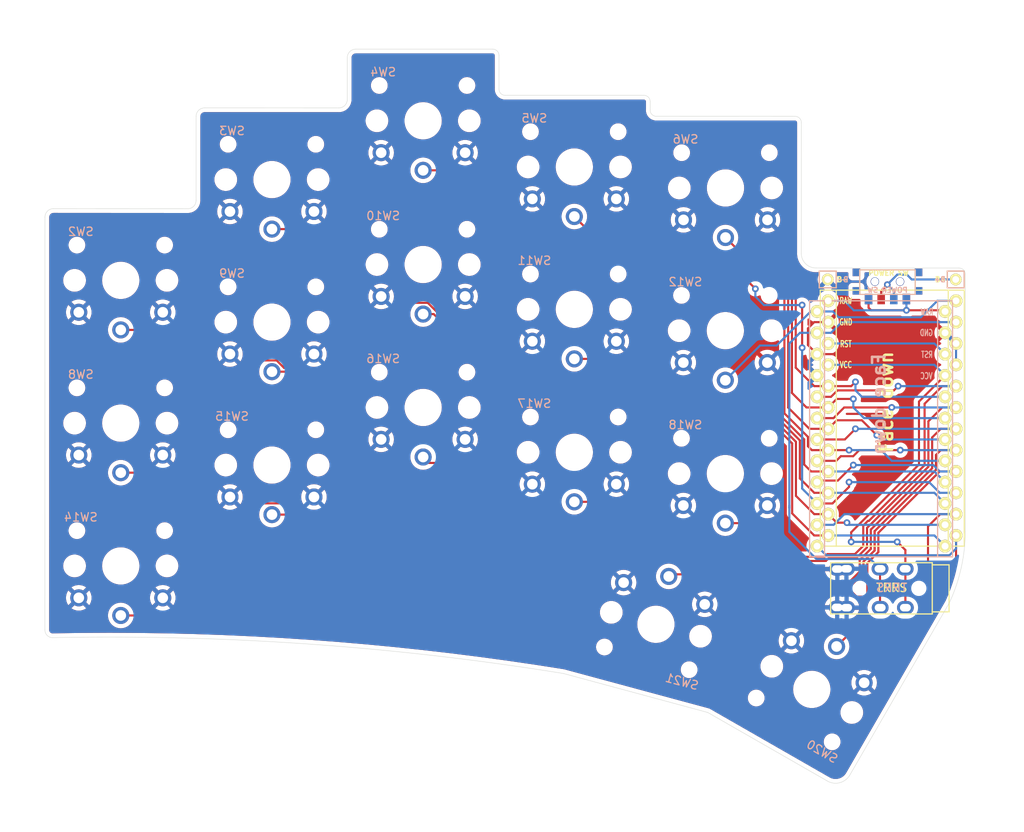
<source format=kicad_pcb>
(kicad_pcb (version 20211014) (generator pcbnew)
  (layers (0 "F.Cu" signal) (31 "B.Cu" signal) (34 "B.Paste" user) (35 "F.Paste" user) (36 "B.SilkS" user "B.Silkscreen") (37 "F.SilkS" user "F.Silkscreen") (38 "B.Mask" user) (39 "F.Mask" user) (44 "Edge.Cuts" user))
  (net 0 "")
  (net 1 "gnd")
  (net 2 "vcc")
  (net 3 "Switch18")
  (net 4 "reset")
  (net 5 "Switch1")
  (net 6 "Switch2")
  (net 7 "Switch3")
  (net 8 "Switch4")
  (net 9 "Switch5")
  (net 10 "Switch6")
  (net 11 "Switch7")
  (net 12 "Switch8")
  (net 13 "Switch9")
  (net 14 "Switch10")
  (net 15 "Switch11")
  (net 16 "Switch12")
  (net 17 "Switch13")
  (net 18 "Switch14")
  (net 19 "Switch15")
  (net 20 "Switch16")
  (net 21 "Switch17")
  (net 22 "raw")
  (net 23 "BT+_r")
  (net 24 "Net-(SW_POWERR1-Pad1)")
  (footprint "kbd:1pin_conn" (layer "F.Cu") (at 126.492 45.974)
    (fp_text reference "B+")
    (fp_text value "MountingHole_Pad" hide)
  )
  (footprint "kbd:1pin_conn" (layer "F.Cu") (at 111.252 45.974)
    (fp_text reference "B-")
    (fp_text value "MountingHole_Pad" hide)
  )
  (footprint "Kailh:TRRS-PJ-DPB2" (layer "F.Cu") (at 123.698 82.75 -90)
    (fp_text reference "J2")
    (fp_text value "AudioJack4dpb" hide)
  )
  (footprint "Kailh:SW_PG1350_rev_DPB" (layer "F.Cu") (at 27.08 46.08)
    (fp_text reference "SW2" hide)
    (fp_text value "SW_Push" hide)
  )
  (footprint "Kailh:SW_PG1350_rev_DPB" (layer "F.Cu") (at 45.08 34.08)
    (fp_text reference "SW3" hide)
    (fp_text value "SW_Push" hide)
  )
  (footprint "Kailh:SW_PG1350_rev_DPB" (layer "F.Cu") (at 63.08 27.08)
    (fp_text reference "SW4" hide)
    (fp_text value "SW_Push" hide)
  )
  (footprint "Kailh:SW_PG1350_rev_DPB" (layer "F.Cu") (at 81.08 32.58)
    (fp_text reference "SW5" hide)
    (fp_text value "SW_Push" hide)
  )
  (footprint "Kailh:SW_PG1350_rev_DPB" (layer "F.Cu") (at 99.08 35.08)
    (fp_text reference "SW6" hide)
    (fp_text value "SW_Push" hide)
  )
  (footprint "Kailh:SW_PG1350_rev_DPB" (layer "F.Cu") (at 27.08 63.08)
    (fp_text reference "SW8" hide)
    (fp_text value "SW_Push" hide)
  )
  (footprint "Kailh:SW_PG1350_rev_DPB" (layer "F.Cu") (at 45.08 51.054)
    (fp_text reference "SW9" hide)
    (fp_text value "SW_Push" hide)
  )
  (footprint "Kailh:SW_PG1350_rev_DPB" (layer "F.Cu") (at 63.08 44.196)
    (fp_text reference "SW10" hide)
    (fp_text value "SW_Push" hide)
  )
  (footprint "Kailh:SW_PG1350_rev_DPB" (layer "F.Cu") (at 81.08 49.53)
    (fp_text reference "SW11" hide)
    (fp_text value "SW_Push" hide)
  )
  (footprint "Kailh:SW_PG1350_rev_DPB" (layer "F.Cu") (at 99.06 52.07)
    (fp_text reference "SW12" hide)
    (fp_text value "SW_Push" hide)
  )
  (footprint "Kailh:SW_PG1350_rev_DPB" (layer "F.Cu") (at 27.08 80.08)
    (fp_text reference "SW14" hide)
    (fp_text value "SW_Push" hide)
  )
  (footprint "Kailh:SW_PG1350_rev_DPB" (layer "F.Cu") (at 45.08 68.072)
    (fp_text reference "SW15" hide)
    (fp_text value "SW_Push" hide)
  )
  (footprint "Kailh:SW_PG1350_rev_DPB" (layer "F.Cu") (at 63.08 61.214)
    (fp_text reference "SW16" hide)
    (fp_text value "SW_Push" hide)
  )
  (footprint "Kailh:SW_PG1350_rev_DPB" (layer "F.Cu") (at 81.08 66.548)
    (fp_text reference "SW17" hide)
    (fp_text value "SW_Push" hide)
  )
  (footprint "Kailh:SW_PG1350_rev_DPB" (layer "F.Cu") (at 99.06 69.088)
    (fp_text reference "SW18" hide)
    (fp_text value "SW_Push" hide)
  )
  (footprint "Kailh:SW_PG1350_rev_DPB" (layer "F.Cu") (at 109.356 94.78 150)
    (fp_text reference "SW20" hide)
    (fp_text value "SW_Push" hide)
  )
  (footprint "Kailh:SW_PG1350_rev_DPB" (layer "F.Cu") (at 90.796 87.03 165)
    (fp_text reference "SW21" hide)
    (fp_text value "SW_Push" hide)
  )
  (footprint "kbd:ProMicro_v2" (layer "F.Cu") (at 118.872 62.992)
    (fp_text reference "U1" hide)
    (fp_text value "ProMicro-kbd" hide)
  )
  (footprint "Kailh:SPDT_C128955r" (layer "F.Cu") (at 118.364 46.228)
    (fp_text reference "SW2" hide)
    (fp_text value "SW_SPDT")
  )
  (footprint "Kailh:SPDT_C128955" (layer "B.Cu") (at 118.364 46.228 180)
    (fp_text reference "POWER SW")
    (fp_text value "SW_SPDT")
  )
  (gr_line (start 115.062 47.752) (end 115.062 44.831) (layer "B.SilkS") (width 0.12))
  (gr_line (start 121.666 47.752) (end 115.062 47.752) (layer "B.SilkS") (width 0.12))
  (gr_line (start 121.666 44.831) (end 121.666 47.752) (layer "B.SilkS") (width 0.12))
  (gr_line (start 115.062 44.831) (end 121.666 44.831) (layer "B.SilkS") (width 0.12))
  (gr_line (start 115.062 47.752) (end 115.062 44.831) (layer "F.SilkS") (width 0.12))
  (gr_line (start 121.666 44.831) (end 121.666 47.752) (layer "F.SilkS") (width 0.12))
  (gr_line (start 115.062 44.831) (end 121.666 44.831) (layer "F.SilkS") (width 0.12))
  (gr_line (start 121.666 47.752) (end 115.062 47.752) (layer "F.SilkS") (width 0.12))
  (gr_arc (start 126.885 44.612) (mid 127.41533 44.83167) (end 127.635 45.362) (layer "Edge.Cuts") (width 0.05))
  (gr_arc (start 109.867002 44.604917) (mid 108.642944 44.127827) (end 108.10633 42.92867) (layer "Edge.Cuts") (width 0.05))
  (gr_arc (start 113.85 105.039265) (mid 112.608995 105.90898) (end 111.118 105.638) (layer "Edge.Cuts") (width 0.05))
  (gr_line (start 127.635 45.362) (end 127.635 62.484) (layer "Edge.Cuts") (width 0.05))
  (gr_line (start 109.867002 44.604917) (end 126.885 44.612) (layer "Edge.Cuts") (width 0.05))
  (gr_line (start 125.73633 84.46867) (end 113.85 105.039265) (layer "Edge.Cuts") (width 0.05))
  (gr_arc (start 127.635 75.98785) (mid 127.137904 80.329506) (end 125.73633 84.46867) (layer "Edge.Cuts") (width 0.05))
  (gr_line (start 127.635 62.484) (end 127.647 69.85) (layer "Edge.Cuts") (width 0.05))
  (gr_line (start 127.647 69.85) (end 127.635 75.98785) (layer "Edge.Cuts") (width 0.05))
  (gr_line (start 19.068 37.542) (end 35.05633 37.552) (layer "Edge.Cuts") (width 0.05))
  (gr_line (start 96.96633 97.52867) (end 79.78633 92.88867) (layer "Edge.Cuts") (width 0.05))
  (gr_line (start 54.048752 24.520092) (end 54.04875 19.55709) (layer "Edge.Cuts") (width 0.05))
  (gr_line (start 72.11133 19.299) (end 72.11333 23.298) (layer "Edge.Cuts") (width 0.05))
  (gr_arc (start 54.048752 24.520092) (mid 53.767602 25.241882) (end 53.05633 25.54867) (layer "Edge.Cuts") (width 0.05))
  (gr_line (start 36.04633 36.55167) (end 36.046 26.56) (layer "Edge.Cuts") (width 0.05))
  (gr_arc (start 90.83233 26.54267) (mid 90.312152 26.321174) (end 90.11133 25.79267) (layer "Edge.Cuts") (width 0.05))
  (gr_arc (start 36.046 26.56) (mid 36.34358 25.84158) (end 37.062 25.544) (layer "Edge.Cuts") (width 0.05))
  (gr_arc (start 18.052 38.558) (mid 18.34958 37.83958) (end 19.068 37.542) (layer "Edge.Cuts") (width 0.05))
  (gr_arc (start 71.36133 18.549) (mid 71.89166 18.76867) (end 72.11133 19.299) (layer "Edge.Cuts") (width 0.05))
  (gr_line (start 72.841 24.048) (end 89.363 24.04767) (layer "Edge.Cuts") (width 0.05))
  (gr_line (start 108.11133 27.29867) (end 108.10633 42.92867) (layer "Edge.Cuts") (width 0.05))
  (gr_line (start 18.04633 87.67867) (end 18.052 38.558) (layer "Edge.Cuts") (width 0.05))
  (gr_arc (start 72.841 24.048) (mid 72.318505 23.826936) (end 72.11333 23.298) (layer "Edge.Cuts") (width 0.05))
  (gr_arc (start 18.956948 88.619) (mid 18.302455 88.341726) (end 18.04633 87.67867) (layer "Edge.Cuts") (width 0.05))
  (gr_line (start 107.36133 26.54867) (end 90.83233 26.54267) (layer "Edge.Cuts") (width 0.05))
  (gr_arc (start 89.363 24.04767) (mid 89.89333 24.26734) (end 90.113 24.79767) (layer "Edge.Cuts") (width 0.05))
  (gr_arc (start 54.04875 19.55709) (mid 54.350023 18.843478) (end 55.06633 18.54867) (layer "Edge.Cuts") (width 0.05))
  (gr_line (start 55.06633 18.54867) (end 71.36133 18.549) (layer "Edge.Cuts") (width 0.05))
  (gr_line (start 37.062 25.544) (end 53.05633 25.54867) (layer "Edge.Cuts") (width 0.05))
  (gr_line (start 96.96633 97.52867) (end 111.118 105.638) (layer "Edge.Cuts") (width 0.05))
  (gr_arc (start 18.956948 88.619) (mid 49.467864 89.382925) (end 79.78633 92.88867) (layer "Edge.Cuts") (width 0.05))
  (gr_arc (start 36.04633 36.55167) (mid 35.761117 37.259455) (end 35.05633 37.552) (layer "Edge.Cuts") (width 0.05))
  (gr_arc (start 107.36133 26.54867) (mid 107.89166 26.76834) (end 108.11133 27.29867) (layer "Edge.Cuts") (width 0.05))
  (gr_line (start 90.113 24.79767) (end 90.11133 25.79267) (layer "Edge.Cuts") (width 0.05))
  (gr_text "Face down" (at 117.348 60.833 90) (layer "B.SilkS") (effects (font (size 1.5 1.5) (thickness 0.3)) (justify mirror)))
  (gr_text "B-" (at 113.03 45.974) (layer "B.SilkS") (effects (font (size 0.6 0.6)) (justify mirror)))
  (gr_text "B+" (at 124.587 45.974) (layer "B.SilkS") (effects (font (size 0.6 0.6)) (justify mirror)))
  (gr_text "TRRS" (at 118.872 82.677) (layer "F.SilkS") (effects (font (size 1 1))))
  (gr_text "POWER SW" (at 118.491 45.212) (layer "F.SilkS") (effects (font (size 0.6 0.6))))
  (gr_text "Face down" (at 118.237 60.579 90) (layer "F.SilkS") (effects (font (size 1.5 1.5) (thickness 0.3))))
  (segment (start 108.894999 53.776999) (end 109.982 54.864) (width 0.25) (layer "F.Cu") (net 1))
  (segment (start 111.24667 45.96867) (end 111.252 45.974) (width 0.25) (layer "F.Cu") (net 1))
  (segment (start 111.90633 54.88867) (end 111.88166 54.864) (width 0.25) (layer "F.Cu") (net 1))
  (segment (start 108.894999 51.802239) (end 108.894999 53.776999) (width 0.25) (layer "F.Cu") (net 1))
  (segment (start 109.643238 51.054) (end 108.894999 51.802239) (width 0.25) (layer "F.Cu") (net 1))
  (segment (start 111.88166 54.864) (end 109.982 54.864) (width 0.25) (layer "F.Cu") (net 1))
  (segment (start 111.3084 51.054) (end 109.643238 51.054) (width 0.25) (layer "F.Cu") (net 1))
  (segment (start 113.468 85.02) (end 113.498 85.05) (width 0.25) (layer "B.Cu") (net 1))
  (segment (start 126.5284 53.594) (end 126.5284 56.134) (width 0.25) (layer "B.Cu") (net 1))
  (segment (start 126.5284 53.594) (end 126.492 53.594) (width 0.25) (layer "B.Cu") (net 1))
  (segment (start 126.492 53.594) (end 125.222 52.324) (width 0.25) (layer "B.Cu") (net 1))
  (segment (start 113.478 85.03) (end 113.498 85.05) (width 0.25) (layer "B.Cu") (net 1))
  (segment (start 114.046 77.216) (end 114.046 77.216) (width 0.25) (layer "F.Cu") (net 2))
  (segment (start 114.046 76.07159) (end 114.046 76.962) (width 0.25) (layer "F.Cu") (net 2))
  (segment (start 122.11601 60.50999) (end 122.11601 68.00158) (width 0.25) (layer "F.Cu") (net 2))
  (segment (start 119.52633 77.21867) (end 120.49633 78.18867) (width 0.25) (layer "F.Cu") (net 2))
  (segment (start 120.49633 78.18867) (end 120.49633 80.40167) (width 0.25) (layer "F.Cu") (net 2))
  (segment (start 114.046 76.962) (end 114.046 77.216) (width 0.25) (layer "F.Cu") (net 2))
  (segment (start 125.222 57.404) (end 122.11601 60.50999) (width 0.25) (layer "F.Cu") (net 2))
  (segment (start 120.498 85.05) (end 120.498 80.44) (width 0.25) (layer "F.Cu") (net 2))
  (segment (start 122.11601 68.00158) (end 114.046 76.07159) (width 0.25) (layer "F.Cu") (net 2))
  (via (at 119.52633 77.21867) (size 0.8) (drill 0.4) (layers "F.Cu" "B.Cu") (net 2))
  (via (at 114.046 77.216) (size 0.8) (drill 0.4) (layers "F.Cu" "B.Cu") (net 2))
  (segment (start 123.952 56.134) (end 125.222 57.404) (width 0.25) (layer "B.Cu") (net 2))
  (segment (start 111.3084 56.134) (end 123.952 56.134) (width 0.25) (layer "B.Cu") (net 2))
  (segment (start 119.52366 77.216) (end 114.046 77.216) (width 0.25) (layer "B.Cu") (net 2))
  (segment (start 119.52633 77.21867) (end 119.52366 77.216) (width 0.25) (layer "B.Cu") (net 2))
  (segment (start 117.478 85.03) (end 117.498 85.05) (width 0.25) (layer "F.Cu") (net 3))
  (segment (start 117.478 80.42) (end 117.478 85.03) (width 0.25) (layer "F.Cu") (net 3))
  (segment (start 117.478 80.42) (end 116.319011 79.261011) (width 0.25) (layer "B.Cu") (net 3))
  (segment (start 109.982 52.324) (end 107.95 52.324) (width 0.25) (layer "B.Cu") (net 3))
  (segment (start 107.95 52.324) (end 106.68 53.594) (width 0.25) (layer "B.Cu") (net 3))
  (segment (start 106.68 73.152) (end 106.68 72.898) (width 0.25) (layer "B.Cu") (net 3))
  (segment (start 106.68 73.152) (end 106.68 53.594) (width 0.25) (layer "B.Cu") (net 3))
  (segment (start 109.910249 79.261011) (end 106.68 76.030762) (width 0.25) (layer "B.Cu") (net 3))
  (segment (start 111.647162 52.324) (end 109.982 52.324) (width 0.25) (layer "B.Cu") (net 3))
  (segment (start 112.917162 51.054) (end 111.647162 52.324) (width 0.25) (layer "B.Cu") (net 3))
  (segment (start 116.319011 79.261011) (end 109.910249 79.261011) (width 0.25) (layer "B.Cu") (net 3))
  (segment (start 126.5284 51.054) (end 112.917162 51.054) (width 0.25) (layer "B.Cu") (net 3))
  (segment (start 106.68 76.030762) (end 106.68 73.152) (width 0.25) (layer "B.Cu") (net 3))
  (segment (start 125.2134 54.864) (end 125.671007 54.864) (width 0.25) (layer "F.Cu") (net 4))
  (segment (start 125.222 54.864) (end 123.952 53.594) (width 0.25) (layer "B.Cu") (net 4))
  (segment (start 123.952 53.594) (end 111.3084 53.594) (width 0.25) (layer "B.Cu") (net 4))
  (segment (start 111.817685 72.644) (end 109.982 72.644) (width 0.25) (layer "F.Cu") (net 5))
  (segment (start 99.694359 44.13723) (end 76.90041 44.13723) (width 0.25) (layer "F.Cu") (net 5))
  (segment (start 102.053882 46.49675) (end 102.63633 47.079198) (width 0.25) (layer "F.Cu") (net 5))
  (segment (start 108.1665 49.06867) (end 108.204 49.10617) (width 0.25) (layer "F.Cu") (net 5))
  (segment (start 76.90041 44.13723) (end 70.60918 37.846) (width 0.25) (layer "F.Cu") (net 5))
  (segment (start 32.715 51.98) (end 27.08 51.98) (width 0.25) (layer "F.Cu") (net 5))
  (segment (start 56.865036 37.846) (end 51.572366 43.13867) (width 0.25) (layer "F.Cu") (net 5))
  (segment (start 70.60918 37.846) (end 56.865036 37.846) (width 0.25) (layer "F.Cu") (net 5))
  (segment (start 102.053882 46.49675) (end 99.694359 44.13723) (width 0.25) (layer "F.Cu") (net 5))
  (segment (start 108.204 49.10617) (end 108.204 54.102) (width 0.25) (layer "F.Cu") (net 5))
  (segment (start 41.55633 43.13867) (end 32.715 51.98) (width 0.25) (layer "F.Cu") (net 5))
  (segment (start 113.792 70.104) (end 113.792 70.669685) (width 0.25) (layer "F.Cu") (net 5))
  (segment (start 113.792 70.669685) (end 111.817685 72.644) (width 0.25) (layer "F.Cu") (net 5))
  (segment (start 51.572366 43.13867) (end 41.55633 43.13867) (width 0.25) (layer "F.Cu") (net 5))
  (segment (start 102.63633 47.079198) (end 102.63633 47.08867) (width 0.25) (layer "F.Cu") (net 5))
  (via (at 102.63633 47.08867) (size 0.8) (drill 0.4) (layers "F.Cu" "B.Cu") (net 5))
  (via (at 108.19966 49.022) (size 0.8) (drill 0.4) (layers "F.Cu" "B.Cu") (net 5))
  (via (at 108.204 54.102) (size 0.8) (drill 0.4) (layers "F.Cu" "B.Cu") (net 5))
  (via (at 113.792 70.104) (size 0.8) (drill 0.4) (layers "F.Cu" "B.Cu") (net 5))
  (segment (start 113.792 70.104) (end 113.792 70.104) (width 0.25) (layer "B.Cu") (net 5))
  (segment (start 108.204 54.102) (end 108.204 70.866) (width 0.25) (layer "B.Cu") (net 5))
  (segment (start 124.58841 71.374) (end 123.31841 70.104) (width 0.25) (layer "B.Cu") (net 5))
  (segment (start 108.19966 49.022) (end 108.1665 49.05516) (width 0.25) (layer "B.Cu") (net 5))
  (segment (start 108.458 71.12) (end 109.982 72.644) (width 0.25) (layer "B.Cu") (net 5))
  (segment (start 103.64966 49.022) (end 108.19966 49.022) (width 0.25) (layer "B.Cu") (net 5))
  (segment (start 108.1665 49.05516) (end 108.1665 49.06867) (width 0.25) (layer "B.Cu") (net 5))
  (segment (start 108.204 70.866) (end 108.458 71.12) (width 0.25) (layer "B.Cu") (net 5))
  (segment (start 102.63633 47.08867) (end 102.63633 48.00867) (width 0.25) (layer "B.Cu") (net 5))
  (segment (start 123.31841 70.104) (end 113.792 70.104) (width 0.25) (layer "B.Cu") (net 5))
  (segment (start 102.63633 48.00867) (end 103.64966 49.022) (width 0.25) (layer "B.Cu") (net 5))
  (segment (start 126.5284 71.374) (end 124.58841 71.374) (width 0.25) (layer "B.Cu") (net 5))
  (segment (start 56.737318 37.338) (end 70.73759 37.338) (width 0.25) (layer "F.Cu") (net 6))
  (segment (start 108.895489 65.827829) (end 109.36166 66.294) (width 0.25) (layer "F.Cu") (net 6))
  (segment (start 99.880559 43.68771) (end 102.240079 46.04723) (width 0.25) (layer "F.Cu") (net 6))
  (segment (start 106.09197 61.91431) (end 108.895489 64.717829) (width 0.25) (layer "F.Cu") (net 6))
  (segment (start 108.895489 64.717829) (end 108.895489 65.827829) (width 0.25) (layer "F.Cu") (net 6))
  (segment (start 77.0873 43.68771) (end 99.880559 43.68771) (width 0.25) (layer "F.Cu") (net 6))
  (segment (start 113.792 66.294) (end 111.3084 66.294) (width 0.25) (layer "F.Cu") (net 6))
  (segment (start 104.740608 46.04723) (end 106.09197 47.398592) (width 0.25) (layer "F.Cu") (net 6))
  (segment (start 54.095317 39.980001) (end 56.737318 37.338) (width 0.25) (layer "F.Cu") (net 6))
  (segment (start 109.36166 66.294) (end 111.3084 66.294) (width 0.25) (layer "F.Cu") (net 6))
  (segment (start 45.08 39.98) (end 54.095317 39.980001) (width 0.25) (layer "F.Cu") (net 6))
  (segment (start 102.240079 46.04723) (end 104.740608 46.04723) (width 0.25) (layer "F.Cu") (net 6))
  (segment (start 70.73759 37.338) (end 77.0873 43.68771) (width 0.25) (layer "F.Cu") (net 6))
  (segment (start 106.09197 47.398592) (end 106.09197 61.91431) (width 0.25) (layer "F.Cu") (net 6))
  (via (at 113.792 66.294) (size 0.8) (drill 0.4) (layers "F.Cu" "B.Cu") (net 6))
  (segment (start 113.792 66.294) (end 117.602 66.294) (width 0.25) (layer "B.Cu") (net 6))
  (segment (start 118.872 67.564) (end 122.682 67.564) (width 0.25) (layer "B.Cu") (net 6))
  (segment (start 117.602 66.294) (end 118.872 67.564) (width 0.25) (layer "B.Cu") (net 6))
  (segment (start 122.682 67.564) (end 123.19 67.564) (width 0.25) (layer "B.Cu") (net 6))
  (segment (start 125.222 67.564) (end 122.682 67.564) (width 0.25) (layer "B.Cu") (net 6))
  (segment (start 102.426276 45.59771) (end 104.926806 45.59771) (width 0.25) (layer "F.Cu") (net 7))
  (segment (start 104.926806 45.59771) (end 106.54198 47.212884) (width 0.25) (layer "F.Cu") (net 7))
  (segment (start 106.54198 61.22432) (end 109.07166 63.754) (width 0.25) (layer "F.Cu") (net 7))
  (segment (start 112.3244 62.738) (end 111.3084 63.754) (width 0.25) (layer "F.Cu") (net 7))
  (segment (start 100.066756 43.23819) (end 77.27419 43.23819) (width 0.25) (layer "F.Cu") (net 7))
  (segment (start 63.08 32.98) (end 67.016 32.98) (width 0.25) (layer "F.Cu") (net 7))
  (segment (start 117.094 64.516) (end 115.316 62.738) (width 0.25) (layer "F.Cu") (net 7))
  (segment (start 100.066756 43.23819) (end 102.426276 45.59771) (width 0.25) (layer "F.Cu") (net 7))
  (segment (start 115.316 62.738) (end 112.3244 62.738) (width 0.25) (layer "F.Cu") (net 7))
  (segment (start 109.07166 63.754) (end 111.3084 63.754) (width 0.25) (layer "F.Cu") (net 7))
  (segment (start 106.54198 47.212884) (end 106.54198 61.22432) (width 0.25) (layer "F.Cu") (net 7))
  (segment (start 77.27419 43.23819) (end 67.016 32.98) (width 0.25) (layer "F.Cu") (net 7))
  (via (at 117.094 64.516) (size 0.8) (drill 0.4) (layers "F.Cu" "B.Cu") (net 7))
  (segment (start 117.094 64.516) (end 117.094 64.516) (width 0.25) (layer "B.Cu") (net 7))
  (segment (start 125.222 65.024) (end 117.602 65.024) (width 0.25) (layer "B.Cu") (net 7))
  (segment (start 117.602 65.024) (end 117.094 64.516) (width 0.25) (layer "B.Cu") (net 7))
  (segment (start 112.3244 60.198) (end 111.3084 61.214) (width 0.25) (layer "F.Cu") (net 8))
  (segment (start 106.99199 59.48433) (end 106.99199 59.41867) (width 0.25) (layer "F.Cu") (net 8))
  (segment (start 106.99199 47.027176) (end 106.99199 59.48259) (width 0.25) (layer "F.Cu") (net 8))
  (segment (start 108.72166 61.214) (end 106.99199 59.48433) (width 0.25) (layer "F.Cu") (net 8))
  (segment (start 102.612473 45.14819) (end 105.113004 45.14819) (width 0.25) (layer "F.Cu") (net 8))
  (segment (start 114.3 60.198) (end 112.3244 60.198) (width 0.25) (layer "F.Cu") (net 8))
  (segment (start 81.08 38.48) (end 85.38867 42.78867) (width 0.25) (layer "F.Cu") (net 8))
  (segment (start 105.113004 45.14819) (end 106.99199 47.027176) (width 0.25) (layer "F.Cu") (net 8))
  (segment (start 111.3084 61.214) (end 108.72166 61.214) (width 0.25) (layer "F.Cu") (net 8))
  (segment (start 100.252953 42.78867) (end 102.612473 45.14819) (width 0.25) (layer "F.Cu") (net 8))
  (segment (start 85.38867 42.78867) (end 100.252953 42.78867) (width 0.25) (layer "F.Cu") (net 8))
  (via (at 114.3 60.198) (size 0.8) (drill 0.4) (layers "F.Cu" "B.Cu") (net 8))
  (segment (start 125.222 62.484) (end 116.84 62.484) (width 0.25) (layer "B.Cu") (net 8))
  (segment (start 114.3 60.198) (end 114.3 61.214) (width 0.25) (layer "B.Cu") (net 8))
  (segment (start 114.3 61.214) (end 115.57 62.484) (width 0.25) (layer "B.Cu") (net 8))
  (segment (start 116.84 62.484) (end 115.57 62.484) (width 0.25) (layer "B.Cu") (net 8))
  (segment (start 105.299202 44.69867) (end 107.442 46.841468) (width 0.25) (layer "F.Cu") (net 9))
  (segment (start 107.442 56.472762) (end 109.643238 58.674) (width 0.25) (layer "F.Cu") (net 9))
  (segment (start 111.3084 58.674) (end 114.046 58.674) (width 0.25) (layer "F.Cu") (net 9))
  (segment (start 99.08 40.98) (end 102.79867 44.69867) (width 0.25) (layer "F.Cu") (net 9))
  (segment (start 102.79867 44.69867) (end 105.299202 44.69867) (width 0.25) (layer "F.Cu") (net 9))
  (segment (start 114.046 58.674) (end 114.554 58.166) (width 0.25) (layer "F.Cu") (net 9))
  (segment (start 109.643238 58.674) (end 111.3084 58.674) (width 0.25) (layer "F.Cu") (net 9))
  (segment (start 107.442 46.841468) (end 107.442 56.472762) (width 0.25) (layer "F.Cu") (net 9))
  (via (at 114.554 58.166) (size 0.8) (drill 0.4) (layers "F.Cu" "B.Cu") (net 9))
  (segment (start 114.554 59.182) (end 115.316 59.944) (width 0.25) (layer "B.Cu") (net 9))
  (segment (start 125.222 59.944) (end 115.316 59.944) (width 0.25) (layer "B.Cu") (net 9))
  (segment (start 114.554 58.166) (end 114.554 59.182) (width 0.25) (layer "B.Cu") (net 9))
  (segment (start 45.635259 55.613489) (end 46.52576 56.50399) (width 0.25) (layer "F.Cu") (net 10))
  (segment (start 33.795 68.98) (end 35.673659 67.101341) (width 0.25) (layer "F.Cu") (net 10))
  (segment (start 76.95101 55.68399) (end 79.80633 52.82867) (width 0.25) (layer "F.Cu") (net 10))
  (segment (start 35.673659 67.101341) (end 35.673659 62.851341) (width 0.25) (layer "F.Cu") (net 10))
  (segment (start 79.80633 52.82867) (end 82.54667 52.82867) (width 0.25) (layer "F.Cu") (net 10))
  (segment (start 61.02001 48.30499) (end 63.822082 48.30499) (width 0.25) (layer "F.Cu") (net 10))
  (segment (start 108.445969 68.002729) (end 109.27724 68.834) (width 0.25) (layer "F.Cu") (net 10))
  (segment (start 63.822082 48.30499) (end 71.201082 55.68399) (width 0.25) (layer "F.Cu") (net 10))
  (segment (start 35.673659 62.851341) (end 42.911511 55.613489) (width 0.25) (layer "F.Cu") (net 10))
  (segment (start 105.271981 61.837981) (end 108.445969 65.011969) (width 0.25) (layer "F.Cu") (net 10))
  (segment (start 52.82101 56.50399) (end 61.02001 48.30499) (width 0.25) (layer "F.Cu") (net 10))
  (segment (start 108.445969 65.011969) (end 108.445969 68.002729) (width 0.25) (layer "F.Cu") (net 10))
  (segment (start 109.27724 68.834) (end 111.3084 68.834) (width 0.25) (layer "F.Cu") (net 10))
  (segment (start 71.201082 55.68399) (end 76.95101 55.68399) (width 0.25) (layer "F.Cu") (net 10))
  (segment (start 46.52576 56.50399) (end 52.82101 56.50399) (width 0.25) (layer "F.Cu") (net 10))
  (segment (start 91.555981 61.837981) (end 105.271981 61.837981) (width 0.25) (layer "F.Cu") (net 10))
  (segment (start 42.911511 55.613489) (end 45.635259 55.613489) (width 0.25) (layer "F.Cu") (net 10))
  (segment (start 82.54667 52.82867) (end 91.555981 61.837981) (width 0.25) (layer "F.Cu") (net 10))
  (segment (start 27.08 68.98) (end 33.795 68.98) (width 0.25) (layer "F.Cu") (net 10))
  (segment (start 123.952 68.834) (end 125.222 70.104) (width 0.25) (layer "B.Cu") (net 10))
  (segment (start 111.3084 68.834) (end 123.952 68.834) (width 0.25) (layer "B.Cu") (net 10))
  (segment (start 105.086273 62.287991) (end 107.932223 65.133941) (width 0.25) (layer "F.Cu") (net 11))
  (segment (start 107.932223 65.133941) (end 107.932223 69.662985) (width 0.25) (layer "F.Cu") (net 11))
  (segment (start 91.24681 62.28799) (end 105.086273 62.287991) (width 0.25) (layer "F.Cu") (net 11))
  (segment (start 82.23701 53.27819) (end 91.24681 62.28799) (width 0.25) (layer "F.Cu") (net 11))
  (segment (start 79.992528 53.27819) (end 82.23701 53.27819) (width 0.25) (layer "F.Cu") (net 11))
  (segment (start 53.006718 56.954) (end 61.205719 48.754999) (width 0.25) (layer "F.Cu") (net 11))
  (segment (start 63.635681 48.754999) (end 71.014682 56.134) (width 0.25) (layer "F.Cu") (net 11))
  (segment (start 107.932223 69.662985) (end 109.643238 71.374) (width 0.25) (layer "F.Cu") (net 11))
  (segment (start 77.136718 56.134) (end 79.992528 53.27819) (width 0.25) (layer "F.Cu") (net 11))
  (segment (start 45.08 56.954) (end 53.006718 56.954) (width 0.25) (layer "F.Cu") (net 11))
  (segment (start 71.014682 56.134) (end 77.136718 56.134) (width 0.25) (layer "F.Cu") (net 11))
  (segment (start 61.205719 48.754999) (end 63.635681 48.754999) (width 0.25) (layer "F.Cu") (net 11))
  (segment (start 109.643238 71.374) (end 111.3084 71.374) (width 0.25) (layer "F.Cu") (net 11))
  (segment (start 123.952 71.374) (end 125.222 72.644) (width 0.25) (layer "B.Cu") (net 11))
  (segment (start 111.3084 71.374) (end 123.952 71.374) (width 0.25) (layer "B.Cu") (net 11))
  (segment (start 104.900564 62.738) (end 107.46633 65.303766) (width 0.25) (layer "F.Cu") (net 12))
  (segment (start 77.322916 56.58352) (end 80.178726 53.72771) (width 0.25) (layer "F.Cu") (net 12))
  (segment (start 83.044999 54.722589) (end 91.06041 62.738) (width 0.25) (layer "F.Cu") (net 12))
  (segment (start 109.643238 73.914) (end 111.3084 73.914) (width 0.25) (layer "F.Cu") (net 12))
  (segment (start 62.992 50.096) (end 64.340272 50.096) (width 0.25) (layer "F.Cu") (net 12))
  (segment (start 113.538 74.93) (end 112.3244 74.93) (width 0.25) (layer "F.Cu") (net 12))
  (segment (start 91.06041 62.738) (end 104.900564 62.738) (width 0.25) (layer "F.Cu") (net 12))
  (segment (start 70.827792 56.58352) (end 77.322916 56.58352) (width 0.25) (layer "F.Cu") (net 12))
  (segment (start 80.178726 53.72771) (end 82.050812 53.72771) (width 0.25) (layer "F.Cu") (net 12))
  (segment (start 83.044999 54.721897) (end 83.044999 54.722589) (width 0.25) (layer "F.Cu") (net 12))
  (segment (start 112.3244 74.93) (end 111.3084 73.914) (width 0.25) (layer "F.Cu") (net 12))
  (segment (start 82.050812 53.72771) (end 83.044999 54.721897) (width 0.25) (layer "F.Cu") (net 12))
  (segment (start 107.46633 71.737092) (end 109.643238 73.914) (width 0.25) (layer "F.Cu") (net 12))
  (segment (start 107.46633 65.303766) (end 107.46633 71.737092) (width 0.25) (layer "F.Cu") (net 12))
  (segment (start 64.340272 50.096) (end 70.827792 56.58352) (width 0.25) (layer "F.Cu") (net 12))
  (via (at 113.538 74.93) (size 0.8) (drill 0.4) (layers "F.Cu" "B.Cu") (net 12))
  (segment (start 113.538 74.93) (end 113.538 74.93) (width 0.25) (layer "B.Cu") (net 12))
  (segment (start 125.222 75.184) (end 113.792 75.184) (width 0.25) (layer "B.Cu") (net 12))
  (segment (start 113.792 75.184) (end 113.538 74.93) (width 0.25) (layer "B.Cu") (net 12))
  (segment (start 90.87401 63.18801) (end 104.714856 63.18801) (width 0.25) (layer "F.Cu") (net 13))
  (segment (start 109.643238 76.454) (end 111.3084 76.454) (width 0.25) (layer "F.Cu") (net 13))
  (segment (start 107.01681 73.827572) (end 109.643238 76.454) (width 0.25) (layer "F.Cu") (net 13))
  (segment (start 107.01681 65.489964) (end 107.01681 73.827572) (width 0.25) (layer "F.Cu") (net 13))
  (segment (start 83.116 55.43) (end 90.87401 63.18801) (width 0.25) (layer "F.Cu") (net 13))
  (segment (start 104.714856 63.18801) (end 107.01681 65.489964) (width 0.25) (layer "F.Cu") (net 13))
  (segment (start 81.08 55.43) (end 83.116 55.43) (width 0.25) (layer "F.Cu") (net 13))
  (segment (start 123.952 76.454) (end 125.222 77.724) (width 0.25) (layer "B.Cu") (net 13))
  (segment (start 111.3084 76.454) (end 123.952 76.454) (width 0.25) (layer "B.Cu") (net 13))
  (segment (start 109.221 49.784) (end 105.16633 53.83867) (width 0.25) (layer "B.Cu") (net 14))
  (segment (start 122.34633 50.46867) (end 112.54633 50.46867) (width 0.25) (layer "B.Cu") (net 14))
  (segment (start 105.16633 53.83867) (end 103.19133 53.83867) (width 0.25) (layer "B.Cu") (net 14))
  (segment (start 109.982 49.784) (end 109.221 49.784) (width 0.25) (layer "B.Cu") (net 14))
  (segment (start 126.5284 48.514) (end 124.301 48.514) (width 0.25) (layer "B.Cu") (net 14))
  (segment (start 99.06 57.97) (end 103.19133 53.83867) (width 0.25) (layer "B.Cu") (net 14))
  (segment (start 124.301 48.514) (end 122.34633 50.46867) (width 0.25) (layer "B.Cu") (net 14))
  (segment (start 112.54633 50.46867) (end 111.86166 49.784) (width 0.25) (layer "B.Cu") (net 14))
  (segment (start 111.86166 49.784) (end 109.982 49.784) (width 0.25) (layer "B.Cu") (net 14))
  (segment (start 119.634 58.674) (end 119.634 58.674) (width 0.25) (layer "F.Cu") (net 15))
  (segment (start 27.08 85.98) (end 33.435 85.98) (width 0.25) (layer "F.Cu") (net 15))
  (segment (start 111.647162 59.944) (end 112.409162 59.182) (width 0.25) (layer "F.Cu") (net 15))
  (segment (start 82.094516 69.51867) (end 83.840644 71.264798) (width 0.25) (layer "F.Cu") (net 15))
  (segment (start 36.60633 74.22867) (end 41.34633 74.22867) (width 0.25) (layer "F.Cu") (net 15))
  (segment (start 34.88633 84.52867) (end 34.88633 75.94867) (width 0.25) (layer "F.Cu") (net 15))
  (segment (start 87.6259 75.04867) (end 94.61633 75.04867) (width 0.25) (layer "F.Cu") (net 15))
  (segment (start 75.183096 72.644) (end 76.721 72.644) (width 0.25) (layer "F.Cu") (net 15))
  (segment (start 48.08965 73.52199) (end 51.86301 73.52199) (width 0.25) (layer "F.Cu") (net 15))
  (segment (start 122.78497 60.772268) (end 124.544619 59.012619) (width 0.25) (layer "F.Cu") (net 15))
  (segment (start 83.842028 71.264798) (end 87.6259 75.04867) (width 0.25) (layer "F.Cu") (net 15))
  (segment (start 66.701848 66.91847) (end 71.15613 66.91847) (width 0.25) (layer "F.Cu") (net 15))
  (segment (start 116.032717 74.721283) (end 116.146887 74.721283) (width 0.25) (layer "F.Cu") (net 15))
  (segment (start 115.480865 77.684725) (end 115.480865 75.273135) (width 0.25) (layer "F.Cu") (net 15))
  (segment (start 79.84633 69.51867) (end 82.094516 69.51867) (width 0.25) (layer "F.Cu") (net 15))
  (segment (start 42.944001 72.630999) (end 47.198659 72.630999) (width 0.25) (layer "F.Cu") (net 15))
  (segment (start 112.409162 59.182) (end 119.126 59.182) (width 0.25) (layer "F.Cu") (net 15))
  (segment (start 53.081195 68.584805) (end 54.113546 67.552454) (width 0.25) (layer "F.Cu") (net 15))
  (segment (start 64.602048 64.81867) (end 66.701848 66.91847) (width 0.25) (layer "F.Cu") (net 15))
  (segment (start 124.375238 59.182) (end 124.544619 59.012619) (width 0.25) (layer "F.Cu") (net 15))
  (segment (start 34.88633 75.94867) (end 36.60633 74.22867) (width 0.25) (layer "F.Cu") (net 15))
  (segment (start 51.86301 73.52199) (end 53.081195 72.303805) (width 0.25) (layer "F.Cu") (net 15))
  (segment (start 107.345232 78.994) (end 110.891 78.994) (width 0.25) (layer "F.Cu") (net 15))
  (segment (start 83.840644 71.264798) (end 83.842028 71.264798) (width 0.25) (layer "F.Cu") (net 15))
  (segment (start 73.66633 71.127234) (end 75.183096 72.644) (width 0.25) (layer "F.Cu") (net 15))
  (segment (start 94.61633 75.04867) (end 97.70633 71.95867) (width 0.25) (layer "F.Cu") (net 15))
  (segment (start 109.982 59.944) (end 111.647162 59.944) (width 0.25) (layer "F.Cu") (net 15))
  (segment (start 124.883238 58.674) (end 126.5284 58.674) (width 0.25) (layer "F.Cu") (net 15))
  (segment (start 73.66633 69.42867) (end 73.66633 71.127234) (width 0.25) (layer "F.Cu") (net 15))
  (segment (start 53.081195 72.303805) (end 53.081195 68.584805) (width 0.25) (layer "F.Cu") (net 15))
  (segment (start 58.972546 67.552454) (end 61.70633 64.81867) (width 0.25) (layer "F.Cu") (net 15))
  (segment (start 33.435 85.98) (end 34.88633 84.52867) (width 0.25) (layer "F.Cu") (net 15))
  (segment (start 111.21401 78.67099) (end 114.4946 78.67099) (width 0.25) (layer "F.Cu") (net 15))
  (segment (start 114.4946 78.67099) (end 115.480865 77.684725) (width 0.25) (layer "F.Cu") (net 15))
  (segment (start 41.34633 74.22867) (end 42.944001 72.630999) (width 0.25) (layer "F.Cu") (net 15))
  (segment (start 47.198659 72.630999) (end 48.08965 73.52199) (width 0.25) (layer "F.Cu") (net 15))
  (segment (start 122.78497 68.0832) (end 122.78497 60.772268) (width 0.25) (layer "F.Cu") (net 15))
  (segment (start 71.15613 66.91847) (end 73.66633 69.42867) (width 0.25) (layer "F.Cu") (net 15))
  (segment (start 115.480865 75.273135) (end 116.032717 74.721283) (width 0.25) (layer "F.Cu") (net 15))
  (segment (start 110.891 78.994) (end 111.21401 78.67099) (width 0.25) (layer "F.Cu") (net 15))
  (segment (start 124.544619 59.012619) (end 124.883238 58.674) (width 0.25) (layer "F.Cu") (net 15))
  (segment (start 54.113546 67.552454) (end 58.972546 67.552454) (width 0.25) (layer "F.Cu") (net 15))
  (segment (start 61.70633 64.81867) (end 64.602048 64.81867) (width 0.25) (layer "F.Cu") (net 15))
  (segment (start 100.309902 71.95867) (end 107.345232 78.994) (width 0.25) (layer "F.Cu") (net 15))
  (segment (start 97.70633 71.95867) (end 100.309902 71.95867) (width 0.25) (layer "F.Cu") (net 15))
  (segment (start 119.38 58.674) (end 119.634 58.674) (width 0.25) (layer "F.Cu") (net 15))
  (segment (start 119.126 59.182) (end 119.634 58.674) (width 0.25) (layer "F.Cu") (net 15))
  (segment (start 76.721 72.644) (end 79.84633 69.51867) (width 0.25) (layer "F.Cu") (net 15))
  (segment (start 116.146887 74.721283) (end 122.78497 68.0832) (width 0.25) (layer "F.Cu") (net 15))
  (via (at 119.634 58.674) (size 0.8) (drill 0.4) (layers "F.Cu" "B.Cu") (net 15))
  (segment (start 119.634 58.674) (end 126.5284 58.674) (width 0.25) (layer "B.Cu") (net 15))
  (segment (start 116.314067 75.171293) (end 115.930875 75.554485) (width 0.25) (layer "F.Cu") (net 16))
  (segment (start 53.531205 72.489513) (end 52.048718 73.972) (width 0.25) (layer "F.Cu") (net 16))
  (segment (start 111.94199 62.484) (end 113.21199 61.214) (width 0.25) (layer "F.Cu") (net 16))
  (segment (start 111.031425 79.489293) (end 107.204807 79.489293) (width 0.25) (layer "F.Cu") (net 16))
  (segment (start 115.930875 75.554485) (end 115.930875 77.871125) (width 0.25) (layer "F.Cu") (net 16))
  (segment (start 115.930875 77.871125) (end 114.681 79.121) (width 0.25) (layer "F.Cu") (net 16))
  (segment (start 123.23498 68.2696) (end 116.333287 75.171293) (width 0.25) (layer "F.Cu") (net 16))
  (segment (start 53.531205 68.771205) (end 53.531205 72.489513) (width 0.25) (layer "F.Cu") (net 16))
  (segment (start 116.333287 75.171293) (end 116.314067 75.171293) (width 0.25) (layer "F.Cu") (net 16))
  (segment (start 126.5284 61.214) (end 124.883238 61.214) (width 0.25) (layer "F.Cu") (net 16))
  (segment (start 87.438318 75.49819) (end 81.908318 69.96819) (width 0.25) (layer "F.Cu") (net 16))
  (segment (start 100.123704 72.40819) (end 97.892528 72.40819) (width 0.25) (layer "F.Cu") (net 16))
  (segment (start 54.299946 68.002464) (end 53.531205 68.771205) (width 0.25) (layer "F.Cu") (net 16))
  (segment (start 124.883238 61.214) (end 123.23498 62.862258) (width 0.25) (layer "F.Cu") (net 16))
  (segment (start 107.204807 79.489293) (end 100.123704 72.40819) (width 0.25) (layer "F.Cu") (net 16))
  (segment (start 76.906708 73.09401) (end 74.997388 73.09401) (width 0.25) (layer "F.Cu") (net 16))
  (segment (start 74.997388 73.09401) (end 73.21681 71.313432) (width 0.25) (layer "F.Cu") (net 16))
  (segment (start 70.969932 67.36799) (end 66.51565 67.36799) (width 0.25) (layer "F.Cu") (net 16))
  (segment (start 52.048718 73.972) (end 45.08 73.972) (width 0.25) (layer "F.Cu") (net 16))
  (segment (start 59.158254 68.002464) (end 54.299946 68.002464) (width 0.25) (layer "F.Cu") (net 16))
  (segment (start 94.802528 75.49819) (end 87.438318 75.49819) (width 0.25) (layer "F.Cu") (net 16))
  (segment (start 111.399718 79.121) (end 111.031425 79.489293) (width 0.25) (layer "F.Cu") (net 16))
  (segment (start 80.032529 69.96819) (end 76.906708 73.09401) (width 0.25) (layer "F.Cu") (net 16))
  (segment (start 73.21681 69.614868) (end 70.969932 67.36799) (width 0.25) (layer "F.Cu") (net 16))
  (segment (start 109.982 62.484) (end 111.94199 62.484) (width 0.25) (layer "F.Cu") (net 16))
  (segment (start 123.23498 62.862258) (end 123.23498 68.2696) (width 0.25) (layer "F.Cu") (net 16))
  (segment (start 66.51565 67.36799) (end 64.41585 65.26819) (width 0.25) (layer "F.Cu") (net 16))
  (segment (start 81.908318 69.96819) (end 80.032529 69.96819) (width 0.25) (layer "F.Cu") (net 16))
  (segment (start 73.21681 71.313432) (end 73.21681 69.614868) (width 0.25) (layer "F.Cu") (net 16))
  (segment (start 118.872 61.214) (end 113.21199 61.214) (width 0.25) (layer "F.Cu") (net 16))
  (segment (start 61.892528 65.26819) (end 59.158254 68.002464) (width 0.25) (layer "F.Cu") (net 16))
  (segment (start 97.892528 72.40819) (end 94.802528 75.49819) (width 0.25) (layer "F.Cu") (net 16))
  (segment (start 64.41585 65.26819) (end 61.892528 65.26819) (width 0.25) (layer "F.Cu") (net 16))
  (segment (start 114.681 79.121) (end 111.399718 79.121) (width 0.25) (layer "F.Cu") (net 16))
  (via (at 118.872 61.214) (size 0.8) (drill 0.4) (layers "F.Cu" "B.Cu") (net 16))
  (segment (start 118.872 61.214) (end 121.666 61.214) (width 0.25) (layer "B.Cu") (net 16))
  (segment (start 121.666 61.214) (end 126.5284 61.214) (width 0.25) (layer "B.Cu") (net 16))
  (segment (start 99.937506 72.85771) (end 109.115581 82.035785) (width 0.25) (layer "F.Cu") (net 17))
  (segment (start 116.380885 75.740885) (end 116.400105 75.740885) (width 0.25) (layer "F.Cu") (net 17))
  (segment (start 113.776175 82.035785) (end 115.05521 80.75675) (width 0.25) (layer "F.Cu") (net 17))
  (segment (start 109.982 65.024) (end 113.284 65.024) (width 0.25) (layer "F.Cu") (net 17))
  (segment (start 115.05521 80.75675) (end 115.05521 79.3832) (width 0.25) (layer "F.Cu") (net 17))
  (segment (start 123.68499 68.456) (end 123.68499 64.78301) (width 0.25) (layer "F.Cu") (net 17))
  (segment (start 80.218726 70.41771) (end 81.72212 70.41771) (width 0.25) (layer "F.Cu") (net 17))
  (segment (start 116.400105 75.740885) (end 123.68499 68.456) (width 0.25) (layer "F.Cu") (net 17))
  (segment (start 63.784 67.818) (end 70.784224 67.818) (width 0.25) (layer "F.Cu") (net 17))
  (segment (start 74.81168 73.54402) (end 77.092416 73.54402) (width 0.25) (layer "F.Cu") (net 17))
  (segment (start 115.05521 79.3832) (end 116.380884 78.057526) (width 0.25) (layer "F.Cu") (net 17))
  (segment (start 124.714 63.754) (end 126.5284 63.754) (width 0.25) (layer "F.Cu") (net 17))
  (segment (start 63.08 67.114) (end 63.784 67.818) (width 0.25) (layer "F.Cu") (net 17))
  (segment (start 72.76729 71.499629) (end 74.81168 73.54402) (width 0.25) (layer "F.Cu") (net 17))
  (segment (start 72.76729 69.801066) (end 72.76729 71.499629) (width 0.25) (layer "F.Cu") (net 17))
  (segment (start 113.284 65.024) (end 114.554 63.754) (width 0.25) (layer "F.Cu") (net 17))
  (segment (start 123.68499 64.78301) (end 124.714 63.754) (width 0.25) (layer "F.Cu") (net 17))
  (segment (start 77.092416 73.54402) (end 80.218726 70.41771) (width 0.25) (layer "F.Cu") (net 17))
  (segment (start 98.078725 72.85771) (end 99.937506 72.85771) (width 0.25) (layer "F.Cu") (net 17))
  (segment (start 70.784224 67.818) (end 72.76729 69.801066) (width 0.25) (layer "F.Cu") (net 17))
  (segment (start 87.25212 75.94771) (end 94.988725 75.94771) (width 0.25) (layer "F.Cu") (net 17))
  (segment (start 94.988725 75.94771) (end 98.078725 72.85771) (width 0.25) (layer "F.Cu") (net 17))
  (segment (start 116.380884 78.057526) (end 116.380885 75.740885) (width 0.25) (layer "F.Cu") (net 17))
  (segment (start 109.115581 82.035785) (end 113.776175 82.035785) (width 0.25) (layer "F.Cu") (net 17))
  (segment (start 81.72212 70.41771) (end 87.25212 75.94771) (width 0.25) (layer "F.Cu") (net 17))
  (via (at 114.554 63.754) (size 0.8) (drill 0.4) (layers "F.Cu" "B.Cu") (net 17))
  (segment (start 114.554 63.754) (end 114.554 63.754) (width 0.25) (layer "B.Cu") (net 17))
  (segment (start 126.5284 63.754) (end 114.554 63.754) (width 0.25) (layer "B.Cu") (net 17))
  (segment (start 115.50522 80.94315) (end 113.962575 82.485795) (width 0.25) (layer "F.Cu") (net 18))
  (segment (start 95.174923 76.39723) (end 87.06523 76.39723) (width 0.25) (layer "F.Cu") (net 18))
  (segment (start 124.134999 66.873001) (end 124.714 66.294) (width 0.25) (layer "F.Cu") (net 18))
  (segment (start 116.830893 77.987107) (end 116.830895 77.987105) (width 0.25) (layer "F.Cu") (net 18))
  (segment (start 108.927797 82.485795) (end 99.749232 73.30723) (width 0.25) (layer "F.Cu") (net 18))
  (segment (start 116.830893 78.243927) (end 115.50522 79.5696) (width 0.25) (layer "F.Cu") (net 18))
  (segment (start 87.06523 76.39723) (end 83.116 72.448) (width 0.25) (layer "F.Cu") (net 18))
  (segment (start 109.982 67.564) (end 112.268 67.564) (width 0.25) (layer "F.Cu") (net 18))
  (segment (start 98.264923 73.30723) (end 95.174923 76.39723) (width 0.25) (layer "F.Cu") (net 18))
  (segment (start 124.134999 68.642401) (end 124.134999 66.873001) (width 0.25) (layer "F.Cu") (net 18))
  (segment (start 124.714 66.294) (end 126.5284 66.294) (width 0.25) (layer "F.Cu") (net 18))
  (segment (start 114.279997 67.019001) (end 115.004998 66.294) (width 0.25) (layer "F.Cu") (net 18))
  (segment (start 116.830895 75.946505) (end 116.830895 77.987105) (width 0.25) (layer "F.Cu") (net 18))
  (segment (start 115.004998 66.294) (end 119.888 66.294) (width 0.25) (layer "F.Cu") (net 18))
  (segment (start 116.830895 75.946505) (end 116.830893 78.243927) (width 0.25) (layer "F.Cu") (net 18))
  (segment (start 113.962575 82.485795) (end 108.927797 82.485795) (width 0.25) (layer "F.Cu") (net 18))
  (segment (start 116.830893 78.243927) (end 116.830893 77.987107) (width 0.25) (layer "F.Cu") (net 18))
  (segment (start 112.812999 67.019001) (end 114.279997 67.019001) (width 0.25) (layer "F.Cu") (net 18))
  (segment (start 116.830895 75.946505) (end 124.134999 68.642401) (width 0.25) (layer "F.Cu") (net 18))
  (segment (start 112.268 67.564) (end 112.812999 67.019001) (width 0.25) (layer "F.Cu") (net 18))
  (segment (start 99.749232 73.30723) (end 98.264923 73.30723) (width 0.25) (layer "F.Cu") (net 18))
  (segment (start 115.50522 79.5696) (end 115.50522 80.94315) (width 0.25) (layer "F.Cu") (net 18))
  (segment (start 83.116 72.448) (end 81.08 72.448) (width 0.25) (layer "F.Cu") (net 18))
  (via (at 119.888 66.294) (size 0.8) (drill 0.4) (layers "F.Cu" "B.Cu") (net 18))
  (segment (start 119.888 66.294) (end 119.888 66.294) (width 0.25) (layer "B.Cu") (net 18))
  (segment (start 126.5284 66.294) (end 119.888 66.294) (width 0.25) (layer "B.Cu") (net 18))
  (segment (start 120.328905 73.084905) (end 120.455905 72.957905) (width 0.25) (layer "F.Cu") (net 19))
  (segment (start 117.280902 78.430328) (end 117.280905 78.299095) (width 0.25) (layer "F.Cu") (net 19))
  (segment (start 112.450999 69.921001) (end 110.164999 69.921001) (width 0.25) (layer "F.Cu") (net 19))
  (segment (start 117.280905 76.132905) (end 120.328905 73.084905) (width 0.25) (layer "F.Cu") (net 19))
  (segment (start 123.30981 70.104) (end 124.57981 68.834) (width 0.25) (layer "F.Cu") (net 19))
  (segment (start 114.3 68.072) (end 112.450999 69.921001) (width 0.25) (layer "F.Cu") (net 19))
  (segment (start 110.164999 69.921001) (end 109.982 70.104) (width 0.25) (layer "F.Cu") (net 19))
  (segment (start 123.30981 70.104) (end 120.328905 73.084905) (width 0.25) (layer "F.Cu") (net 19))
  (segment (start 117.280905 78.299095) (end 117.280905 76.132905) (width 0.25) (layer "F.Cu") (net 19))
  (segment (start 108.744954 82.93867) (end 113.88633 82.93867) (width 0.25) (layer "F.Cu") (net 19))
  (segment (start 99.06 74.988) (end 100.794284 74.988) (width 0.25) (layer "F.Cu") (net 19))
  (segment (start 115.96633 83.39867) (end 115.96633 79.7449) (width 0.25) (layer "F.Cu") (net 19))
  (segment (start 115.62633 83.73867) (end 115.96633 83.39867) (width 0.25) (layer "F.Cu") (net 19))
  (segment (start 114.68633 83.73867) (end 115.62633 83.73867) (width 0.25) (layer "F.Cu") (net 19))
  (segment (start 115.96633 79.7449) (end 117.280902 78.430328) (width 0.25) (layer "F.Cu") (net 19))
  (segment (start 100.794284 74.988) (end 108.744954 82.93867) (width 0.25) (layer "F.Cu") (net 19))
  (segment (start 113.88633 82.93867) (end 114.68633 83.73867) (width 0.25) (layer "F.Cu") (net 19))
  (segment (start 124.57981 68.834) (end 126.5284 68.834) (width 0.25) (layer "F.Cu") (net 19))
  (via (at 114.3 68.072) (size 0.8) (drill 0.4) (layers "F.Cu" "B.Cu") (net 19))
  (segment (start 114.3 68.072) (end 114.3 68.072) (width 0.25) (layer "B.Cu") (net 19))
  (segment (start 123.82641 68.072) (end 114.3 68.072) (width 0.25) (layer "B.Cu") (net 19))
  (segment (start 126.5284 68.834) (end 124.58841 68.834) (width 0.25) (layer "B.Cu") (net 19))
  (segment (start 124.58841 68.834) (end 123.82641 68.072) (width 0.25) (layer "B.Cu") (net 19))
  (segment (start 123.19 84.70759) (end 120.83892 87.05867) (width 0.25) (layer "F.Cu") (net 20))
  (segment (start 110.93467 87.05867) (end 110.92467 87.06867) (width 0.25) (layer "F.Cu") (net 20))
  (segment (start 98.348698 81.081038) (end 92.577032 81.081038) (width 0.25) (layer "F.Cu") (net 20))
  (segment (start 126.5284 73.914) (end 124.651 73.914) (width 0.25) (layer "F.Cu") (net 20))
  (segment (start 120.83892 87.05867) (end 110.93467 87.05867) (width 0.25) (layer "F.Cu") (net 20))
  (segment (start 123.19 75.375) (end 123.19 84.70759) (width 0.25) (layer "F.Cu") (net 20))
  (segment (start 110.92467 87.06867) (end 104.33633 87.06867) (width 0.25) (layer "F.Cu") (net 20))
  (segment (start 124.651 73.914) (end 123.19 75.375) (width 0.25) (layer "F.Cu") (net 20))
  (segment (start 104.33633 87.06867) (end 98.348698 81.081038) (width 0.25) (layer "F.Cu") (net 20))
  (segment (start 111.956 75.184) (end 109.982 75.184) (width 0.25) (layer "B.Cu") (net 20))
  (segment (start 126.5284 73.914) (end 113.226 73.914) (width 0.25) (layer "B.Cu") (net 20))
  (segment (start 113.226 73.914) (end 111.956 75.184) (width 0.25) (layer "B.Cu") (net 20))
  (segment (start 117.22585 87.50819) (end 117.22633 87.50867) (width 0.25) (layer "F.Cu") (net 21))
  (segment (start 126.5284 79.4656) (end 123.698 82.296) (width 0.25) (layer "F.Cu") (net 21))
  (segment (start 112.306 89.67045) (end 114.46826 87.50819) (width 0.25) (layer "F.Cu") (net 21))
  (segment (start 126.5284 76.454) (end 126.5284 79.4656) (width 0.25) (layer "F.Cu") (net 21))
  (segment (start 117.22633 87.50867) (end 121.02533 87.50867) (width 0.25) (layer "F.Cu") (net 21))
  (segment (start 121.02533 87.50867) (end 123.698 84.836) (width 0.25) (layer "F.Cu") (net 21))
  (segment (start 114.46826 87.50819) (end 117.22585 87.50819) (width 0.25) (layer "F.Cu") (net 21))
  (segment (start 123.698 84.836) (end 123.698 82.296) (width 0.25) (layer "F.Cu") (net 21))
  (segment (start 111.069001 78.811001) (end 109.982 77.724) (width 0.25) (layer "B.Cu") (net 21))
  (segment (start 126.5284 76.454) (end 126.5284 78.026362) (width 0.25) (layer "B.Cu") (net 21))
  (segment (start 126.5284 78.026362) (end 125.743761 78.811001) (width 0.25) (layer "B.Cu") (net 21))
  (segment (start 125.743761 78.811001) (end 111.069001 78.811001) (width 0.25) (layer "B.Cu") (net 21))
  (segment (start 120.62133 49.64367) (end 116.42133 49.64367) (width 0.25) (layer "F.Cu") (net 22))
  (segment (start 116.114 49.33634) (end 116.114 48.303) (width 0.25) (layer "F.Cu") (net 22))
  (segment (start 116.42133 49.64367) (end 116.114 49.33634) (width 0.25) (layer "F.Cu") (net 22))
  (segment (start 125.08167 49.64367) (end 120.62133 49.64367) (width 0.25) (layer "F.Cu") (net 22))
  (segment (start 125.222 49.784) (end 125.08167 49.64367) (width 0.25) (layer "F.Cu") (net 22))
  (via (at 120.62133 49.64367) (size 0.8) (drill 0.4) (layers "F.Cu" "B.Cu") (net 22))
  (segment (start 120.62133 49.64367) (end 114.34633 49.64367) (width 0.25) (layer "B.Cu") (net 22))
  (segment (start 120.62133 48.31033) (end 120.614 48.303) (width 0.25) (layer "B.Cu") (net 22))
  (segment (start 113.21666 48.514) (end 111.3084 48.514) (width 0.25) (layer "B.Cu") (net 22))
  (segment (start 120.62133 49.64367) (end 120.62133 48.31033) (width 0.25) (layer "B.Cu") (net 22))
  (segment (start 114.34633 49.64367) (end 113.21666 48.514) (width 0.25) (layer "B.Cu") (net 22))
  (segment (start 118.34633 46.59367) (end 117.614 47.326) (width 0.25) (layer "F.Cu") (net 23))
  (segment (start 117.614 47.326) (end 117.614 48.303) (width 0.25) (layer "F.Cu") (net 23))
  (via (at 118.34633 46.59367) (size 0.8) (drill 0.4) (layers "F.Cu" "B.Cu") (net 23))
  (segment (start 119.522471 45.403479) (end 120.681139 45.403479) (width 0.25) (layer "B.Cu") (net 23))
  (segment (start 119.114 47.36134) (end 119.114 48.303) (width 0.25) (layer "B.Cu") (net 23))
  (segment (start 118.34633 46.57962) (end 119.522471 45.403479) (width 0.25) (layer "B.Cu") (net 23))
  (segment (start 118.34633 46.59367) (end 118.34633 46.57962) (width 0.25) (layer "B.Cu") (net 23))
  (segment (start 121.25166 45.974) (end 126.492 45.974) (width 0.25) (layer "B.Cu") (net 23))
  (segment (start 120.681139 45.403479) (end 121.25166 45.974) (width 0.25) (layer "B.Cu") (net 23))
  (segment (start 118.34633 46.59367) (end 119.114 47.36134) (width 0.25) (layer "B.Cu") (net 23))
  (zone (net 1) (net_name "gnd") (layer "F.Cu") (connect_pads (clearance 0.508)) (min_thickness 0.254) (fill yes (thermal_gap 0.508) (thermal_bridge_width 0.508))
    (polygon (pts (xy 15.24 15.24) (xy 132.08 15.24) (xy 132.08 109.22) (xy 15.24 109.22)))
  )
  (zone (net 1) (net_name "gnd") (layer "B.Cu") (connect_pads (clearance 0.508)) (min_thickness 0.254) (fill yes (thermal_gap 0.508) (thermal_bridge_width 0.508))
    (polygon (pts (xy 12.7 12.7) (xy 134.62 12.7) (xy 134.62 111.76) (xy 12.7 111.76)))
  )
)
</source>
